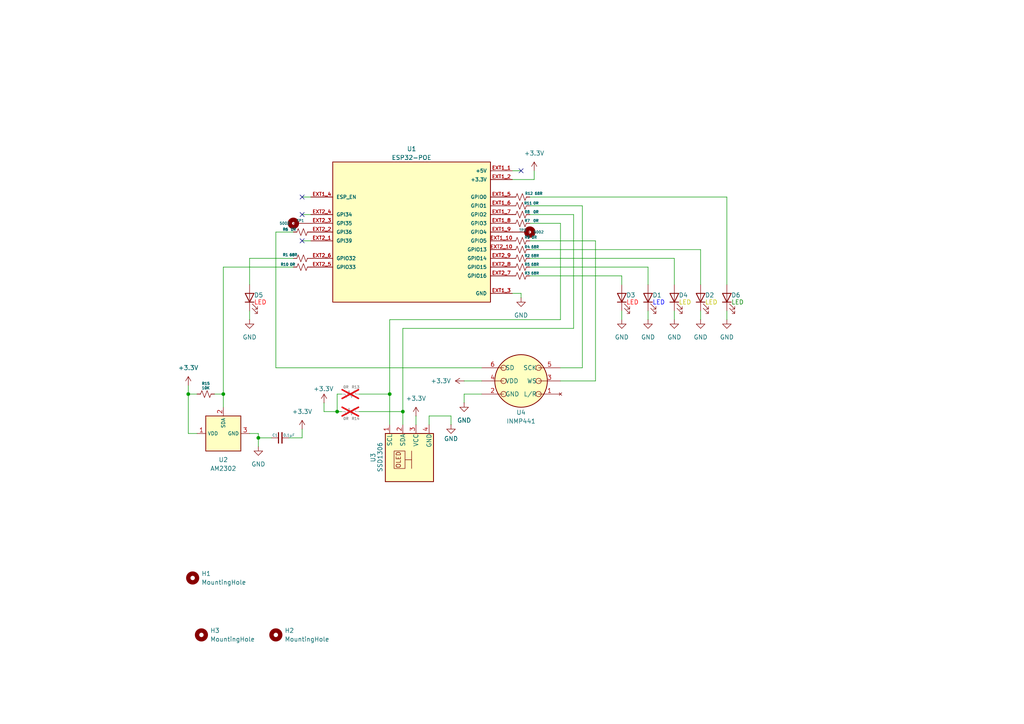
<source format=kicad_sch>
(kicad_sch (version 20250114) (generator "eeschema") (generator_version "9.0")
  (paper "A4")
  (lib_symbols
    (symbol "Custom_Parts:5002" (pin_names (offset 1.016))
      (property "Reference" "TP" (at 1.016 -0.762 0))
      (property "Value" "5002" (at 4.318 -0.508 0))
      (symbol "5002_0_0"
        (circle (center 0 0) (radius 0.381) (stroke (width 1.27)))
      )
      (symbol "5002_1_0"
        (pin passive line (at -5.08 0 0) (length 5.08) (name "~") (number "TP"))
      )
    )
    (symbol "Custom_Parts:ESP32-POE" (pin_names (offset 1.016))
      (property "Reference" "U1" (at 0 25.4 0))
      (property "Value" "ESP32-POE" (at 0 22.86 0))
      (symbol "ESP32-POE_0_0"
        (rectangle (start -22.86 20.32) (end 22.86 -20.32) (stroke (width 0.254)) (fill (type background)))
        (pin input line (at -29.21 10.16 0) (length 6.35) (name "ESP_EN") (number "EXT1_4"))
        (pin input line (at -29.21 2.54 0) (length 6.35) (name "GPI35") (number "EXT2_3"))
        (pin input line (at -29.21 -2.54 0) (length 6.35) (name "GPI39") (number "EXT2_1"))
        (pin bidirectional line (at -29.21 -7.62 0) (length 6.35) (name "GPIO32") (number "EXT2_6"))
        (pin bidirectional line (at -29.21 -10.16 0) (length 6.35) (name "GPIO33") (number "EXT2_5"))
        (pin power_in line (at 29.21 17.78 180) (length 6.35) (name "+5V") (number "EXT1_1"))
        (pin power_in line (at 29.21 15.24 180) (length 6.35) (name "+3.3V") (number "EXT1_2"))
        (pin power_in line (at 29.21 -17.78 180) (length 6.35) (name "GND") (number "EXT1_3"))
      )
      (symbol "ESP32-POE_1_0"
        (pin input line (at -29.21 5.08 0) (length 6.35) (name "GPI34") (number "EXT2_4"))
        (pin input line (at -29.21 0 0) (length 6.35) (name "GPI36") (number "EXT2_2"))
        (pin bidirectional line (at 29.21 10.16 180) (length 6.35) (name "GPIO0") (number "EXT1_5"))
        (pin bidirectional line (at 29.21 7.62 180) (length 6.35) (name "GPIO1") (number "EXT1_6"))
        (pin bidirectional line (at 29.21 5.08 180) (length 6.35) (name "GPIO2") (number "EXT1_7"))
        (pin bidirectional line (at 29.21 2.54 180) (length 6.35) (name "GPIO3") (number "EXT1_8"))
        (pin bidirectional line (at 29.21 0 180) (length 6.35) (name "GPIO4") (number "EXT1_9"))
        (pin bidirectional line (at 29.21 -2.54 180) (length 6.35) (name "GPIO5") (number "EXT1_10"))
        (pin bidirectional line (at 29.21 -5.08 180) (length 6.35) (name "GPIO13") (number "EXT2_10"))
        (pin bidirectional line (at 29.21 -7.62 180) (length 6.35) (name "GPIO14") (number "EXT2_9"))
        (pin bidirectional line (at 29.21 -10.16 180) (length 6.35) (name "GPIO15") (number "EXT2_8"))
        (pin bidirectional line (at 29.21 -12.7 180) (length 6.35) (name "GPIO16") (number "EXT2_7"))
      )
    )
    (symbol "Custom_Parts:INMP441"
      (property "Reference" "U" (at 0 0 0))
      (property "Value" "INMP441" (at 0 0 0))
      (symbol "INMP441_0_1"
        (circle (center -3.81 5.08) (radius 0.762))
        (circle (center -3.81 -5.08) (radius 0.762))
        (circle (center 0 5.08) (radius 0.762))
        (circle (center 0 0) (radius 7.62) (stroke (width 0.254)) (fill (type background)))
        (circle (center 0 -5.08) (radius 0.762))
        (circle (center 3.81 5.08) (radius 0.762))
        (circle (center 3.81 -5.08) (radius 0.762))
      )
      (symbol "INMP441_1_1"
        (pin power_in line (at -3.81 11.43 270) (length 6.35) (name "GND") (number "2"))
        (pin no_connect line (at -3.81 -11.43 90) (length 6.35) (name "L/R") (number "1"))
        (pin power_in line (at 0 11.43 270) (length 6.35) (name "VDD") (number "4"))
        (pin input line (at 0 -11.43 90) (length 6.35) (name "WS") (number "3"))
        (pin input line (at 3.81 11.43 270) (length 6.35) (name "SD") (number "6"))
        (pin input line (at 3.81 -11.43 90) (length 6.35) (name "SCK") (number "5"))
      )
    )
    (symbol "Custom_Parts:SSD1306" (pin_names (offset 0.0254))
      (property "Reference" "U" (at -1.27 -7.62 0))
      (property "Value" "SSD1306" (at -0.508 -9.398 0))
      (symbol "SSD1306_0_0"
        (rectangle (start -7.62 7.62) (end 6.35 -6.35) (stroke (width 0.254)) (fill (type background)))
      )
      (symbol "SSD1306_0_1"
        (polyline (pts (xy -1.27 0) (xy 0.635 0) (xy 0.635 2.54) (xy 3.81 2.54) (xy 3.81 -2.54) (xy 0.635 -2.54) (xy 0.635 0)))
        (polyline (pts (xy -1.27 -2.54) (xy -1.27 2.54)))
      )
      (symbol "SSD1306_1_1"
        (text "OLED" (at 2.54 0 900) (effects (font (size 1.27 1.27))))
        (pin power_in line (at -6.35 10.16 270) (length 2.54) (name "GND") (number "4"))
        (pin power_in line (at -2.54 10.16 270) (length 2.54) (name "VCC") (number "3"))
        (pin input line (at 1.27 10.16 270) (length 2.54) (name "SDA") (number "2"))
        (pin input line (at 5.08 10.16 270) (length 2.54) (name "SCL") (number "1"))
      )
    )
    (symbol "Device:C_Small" (pin_numbers (hide yes)) (pin_names (offset 0.254) (hide yes))
      (property "Reference" "C" (at 0.254 1.778 0))
      (property "Value" "C_Small" (at 0.254 -2.032 0))
      (symbol "C_Small_0_1"
        (polyline (pts (xy -1.524 0.508) (xy 1.524 0.508)) (stroke (width 0.3048)))
        (polyline (pts (xy -1.524 -0.508) (xy 1.524 -0.508)) (stroke (width 0.3302)))
      )
      (symbol "C_Small_1_1"
        (pin passive line (at 0 2.54 270) (length 2.032) (name "~") (number "1"))
        (pin passive line (at 0 -2.54 90) (length 2.032) (name "~") (number "2"))
      )
    )
    (symbol "Device:LED" (pin_numbers (hide yes)) (pin_names (offset 1.016) (hide yes))
      (property "Reference" "D" (at 0 2.54 0))
      (property "Value" "LED" (at 0 -2.54 0))
      (symbol "LED_0_1"
        (polyline (pts (xy -3.048 -0.762) (xy -4.572 -2.286) (xy -3.81 -2.286) (xy -4.572 -2.286) (xy -4.572 -1.524)))
        (polyline (pts (xy -1.778 -0.762) (xy -3.302 -2.286) (xy -2.54 -2.286) (xy -3.302 -2.286) (xy -3.302 -1.524)))
        (polyline (pts (xy -1.27 0) (xy 1.27 0)))
        (polyline (pts (xy -1.27 -1.27) (xy -1.27 1.27)) (stroke (width 0.254)))
        (polyline (pts (xy 1.27 -1.27) (xy 1.27 1.27) (xy -1.27 0) (xy 1.27 -1.27)) (stroke (width 0.254)))
      )
      (symbol "LED_1_1"
        (pin passive line (at -3.81 0 0) (length 2.54) (name "C") (number "C"))
        (pin passive line (at 3.81 0 180) (length 2.54) (name "A") (number "A"))
      )
    )
    (symbol "Device:R_Small_US" (pin_numbers (hide yes)) (pin_names (offset 0.254) (hide yes))
      (property "Reference" "R" (at -1.27 1.778 0))
      (property "Value" "R_Small_US" (at 0 1.778 0))
      (symbol "R_Small_US_1_1"
        (polyline (pts (xy 0 0) (xy -0.381 -1.016) (xy -0.762 0) (xy -1.143 1.016) (xy -1.524 0)))
        (polyline (pts (xy 1.524 0) (xy 1.143 -1.016) (xy 0.762 0) (xy 0.381 1.016) (xy 0 0)))
        (pin passive line (at -2.54 0 0) (length 1.016) (name "~") (number "2"))
        (pin passive line (at 2.54 0 180) (length 1.016) (name "~") (number "1"))
      )
    )
    (symbol "Mechanical:MountingHole" (pin_names (offset 1.016)) (in_bom no)
      (property "Reference" "H" (at 0 5.08 0))
      (property "Value" "MountingHole" (at 0 3.175 0))
      (symbol "MountingHole_0_1"
        (circle (center 0 0) (radius 1.27) (stroke (width 1.27)))
      )
    )
    (symbol "Sensor:AM2302"
      (property "Reference" "U" (at -3.81 6.35 0))
      (property "Value" "AM2302" (at 3.81 6.35 0))
      (symbol "AM2302_0_1"
        (rectangle (start -5.08 5.08) (end 5.08 -5.08) (stroke (width 0.254)) (fill (type background)))
      )
      (symbol "AM2302_1_1"
        (pin power_in line (at 0 7.62 270) (length 2.54) (name "VDD") (number "1"))
        (pin power_in line (at 0 -7.62 90) (length 2.54) (name "GND") (number "3"))
        (pin passive line (at 0 -7.62 90) (length 2.54) (hide yes) (name "GND") (number "4"))
        (pin bidirectional line (at 7.62 0 180) (length 2.54) (name "SDA") (number "2"))
      )
    )
    (symbol "power:+3.3V" (power) (pin_numbers (hide yes)) (pin_names (offset 0) (hide yes))
      (property "Value" "+3.3V" (at 0 3.556 0))
      (symbol "+3.3V_0_1"
        (polyline (pts (xy -0.762 1.27) (xy 0 2.54)))
        (polyline (pts (xy 0 2.54) (xy 0.762 1.27)))
        (polyline (pts (xy 0 0) (xy 0 2.54)))
      )
      (symbol "+3.3V_1_1"
        (pin power_in line (at 0 0 90) (length 0) (name "~") (number "1"))
      )
    )
    (symbol "power:GND" (power) (pin_numbers (hide yes)) (pin_names (offset 0) (hide yes))
      (property "Value" "GND" (at 0 -3.81 0))
      (symbol "GND_0_1"
        (polyline (pts (xy 0 0) (xy 0 -1.27) (xy 1.27 -1.27) (xy 0 -2.54) (xy -1.27 -1.27) (xy 0 -1.27)))
      )
      (symbol "GND_1_1"
        (pin power_in line (at 0 0 270) (length 0) (name "~") (number "1"))
      )
    )
  )
  (junction (at 116.84 119.38))
  (junction (at 113.03 114.3))
  (junction (at 74.93 127))
  (junction (at 64.77 114.3))
  (junction (at 97.79 119.38))
  (junction (at 54.61 114.3))
  (no_connect (at 87.63 57.15))
  (no_connect (at 87.63 69.85))
  (no_connect (at 151.13 49.53))
  (no_connect (at 87.63 62.23))
  (wire (pts (xy 97.79 119.38) (xy 99.06 119.38)))
  (wire (pts (xy 134.62 114.3) (xy 134.62 116.84)))
  (wire (pts (xy 172.72 110.49) (xy 162.56 110.49)))
  (wire (pts (xy 72.39 90.17) (xy 72.39 92.71)))
  (wire (pts (xy 99.06 114.3) (xy 97.79 114.3)))
  (wire (pts (xy 168.91 106.68) (xy 162.56 106.68)))
  (wire (pts (xy 139.7 110.49) (xy 134.62 110.49)))
  (wire (pts (xy 166.37 95.25) (xy 116.84 95.25)))
  (wire (pts (xy 153.67 77.47) (xy 187.96 77.47)))
  (wire (pts (xy 74.93 125.73) (xy 74.93 127)))
  (wire (pts (xy 180.34 90.17) (xy 180.34 92.71)))
  (wire (pts (xy 148.59 52.07) (xy 154.94 52.07)))
  (wire (pts (xy 195.58 74.93) (xy 195.58 82.55)))
  (wire (pts (xy 153.67 64.77) (xy 162.56 64.77)))
  (wire (pts (xy 153.67 57.15) (xy 210.82 57.15)))
  (wire (pts (xy 87.63 62.23) (xy 90.17 62.23)))
  (wire (pts (xy 124.46 120.65) (xy 124.46 123.19)))
  (wire (pts (xy 210.82 90.17) (xy 210.82 92.71)))
  (wire (pts (xy 203.2 72.39) (xy 203.2 82.55)))
  (wire (pts (xy 187.96 90.17) (xy 187.96 92.71)))
  (wire (pts (xy 113.03 92.71) (xy 162.56 92.71)))
  (wire (pts (xy 72.39 125.73) (xy 74.93 125.73)))
  (wire (pts (xy 64.77 77.47) (xy 64.77 114.3)))
  (wire (pts (xy 153.67 74.93) (xy 195.58 74.93)))
  (wire (pts (xy 203.2 90.17) (xy 203.2 92.71)))
  (wire (pts (xy 74.93 127) (xy 78.74 127)))
  (wire (pts (xy 210.82 57.15) (xy 210.82 82.55)))
  (wire (pts (xy 85.09 74.93) (xy 72.39 74.93)))
  (wire (pts (xy 168.91 59.69) (xy 168.91 106.68)))
  (wire (pts (xy 153.67 62.23) (xy 166.37 62.23)))
  (wire (pts (xy 62.23 114.3) (xy 64.77 114.3)))
  (wire (pts (xy 87.63 69.85) (xy 90.17 69.85)))
  (wire (pts (xy 154.94 49.53) (xy 154.94 52.07)))
  (wire (pts (xy 130.81 120.65) (xy 124.46 120.65)))
  (wire (pts (xy 116.84 119.38) (xy 104.14 119.38)))
  (wire (pts (xy 187.96 77.47) (xy 187.96 82.55)))
  (wire (pts (xy 54.61 114.3) (xy 57.15 114.3)))
  (wire (pts (xy 166.37 62.23) (xy 166.37 95.25)))
  (wire (pts (xy 168.91 59.69) (xy 153.67 59.69)))
  (wire (pts (xy 97.79 119.38) (xy 93.98 119.38)))
  (wire (pts (xy 97.79 114.3) (xy 97.79 119.38)))
  (wire (pts (xy 148.59 85.09) (xy 151.13 85.09)))
  (wire (pts (xy 80.01 67.31) (xy 85.09 67.31)))
  (wire (pts (xy 72.39 74.93) (xy 72.39 82.55)))
  (wire (pts (xy 113.03 114.3) (xy 113.03 92.71)))
  (wire (pts (xy 130.81 123.19) (xy 130.81 120.65)))
  (wire (pts (xy 74.93 127) (xy 74.93 129.54)))
  (wire (pts (xy 87.63 127) (xy 83.82 127)))
  (wire (pts (xy 54.61 114.3) (xy 54.61 125.73)))
  (wire (pts (xy 162.56 92.71) (xy 162.56 64.77)))
  (wire (pts (xy 139.7 114.3) (xy 134.62 114.3)))
  (wire (pts (xy 120.65 120.65) (xy 120.65 123.19)))
  (wire (pts (xy 113.03 114.3) (xy 113.03 123.19)))
  (wire (pts (xy 116.84 119.38) (xy 116.84 123.19)))
  (wire (pts (xy 139.7 106.68) (xy 80.01 106.68)))
  (wire (pts (xy 195.58 90.17) (xy 195.58 92.71)))
  (wire (pts (xy 87.63 127) (xy 87.63 124.46)))
  (wire (pts (xy 151.13 85.09) (xy 151.13 86.36)))
  (wire (pts (xy 80.01 106.68) (xy 80.01 67.31)))
  (wire (pts (xy 113.03 114.3) (xy 104.14 114.3)))
  (wire (pts (xy 57.15 125.73) (xy 54.61 125.73)))
  (wire (pts (xy 148.59 49.53) (xy 151.13 49.53)))
  (wire (pts (xy 64.77 114.3) (xy 64.77 118.11)))
  (wire (pts (xy 87.63 57.15) (xy 90.17 57.15)))
  (wire (pts (xy 153.67 80.01) (xy 180.34 80.01)))
  (wire (pts (xy 93.98 119.38) (xy 93.98 116.84)))
  (wire (pts (xy 85.09 77.47) (xy 64.77 77.47)))
  (wire (pts (xy 180.34 80.01) (xy 180.34 82.55)))
  (wire (pts (xy 172.72 69.85) (xy 172.72 110.49)))
  (wire (pts (xy 153.67 69.85) (xy 172.72 69.85)))
  (wire (pts (xy 153.67 72.39) (xy 203.2 72.39)))
  (wire (pts (xy 54.61 111.76) (xy 54.61 114.3)))
  (wire (pts (xy 116.84 95.25) (xy 116.84 119.38)))
  (symbol (lib_id "Device:LED") (at 210.82 86.36 90) (unit 1)
    (property "Reference" "D6" (at 212.09 85.598 90) (effects (justify right)))
    (property "Value" "LED" (at 212.09 87.63 90) (effects (justify right)))
    (property "Footprint" "Custom_Parts:Standard_LED_Throughhole" (effects (hide yes)))
    (property "Description" "Light emitting diode" (effects (hide yes)))
    (property "Sim.Pins" "1=K 2=A" (effects (hide yes)))
  )
  (symbol (lib_id "power:+3.3V") (at 134.62 110.49 90) (mirror x) (unit 1)
    (property "Reference" "#PWR014" (effects (hide yes)))
    (property "Value" "+3.3V" (at 130.81 110.4899 90) (effects (justify left)))
    (property "Description" "Power symbol creates a global label with name \"+3.3V\"" (effects (hide yes)))
  )
  (symbol (lib_id "Device:R_Small_US") (at 151.13 80.01 0) (unit 1)
    (property "Reference" "R3" (at 152.908 79.248 0) (effects (font (size 0.762 0.762))))
    (property "Value" "68R" (at 155.194 79.248 0) (effects (font (size 0.762 0.762))))
    (property "Footprint" "Resistor_SMD:R_0603_1608Metric" (effects (hide yes)))
    (property "Description" "Resistor, small US symbol" (effects (hide yes)))
  )
  (symbol (lib_id "power:+3.3V") (at 87.63 124.46 0) (unit 1)
    (property "Reference" "#PWR016" (effects (hide yes)))
    (property "Value" "+3.3V" (at 87.63 119.38 0))
    (property "Description" "Power symbol creates a global label with name \"+3.3V\"" (effects (hide yes)))
  )
  (symbol (lib_id "Device:R_Small_US") (at 151.13 69.85 180) (unit 1)
    (property "Reference" "R9" (at 152.908 68.834 0) (effects (font (size 0.762 0.762))))
    (property "Value" "0R" (at 154.94 68.834 0) (effects (font (size 0.762 0.762))))
    (property "Footprint" "Resistor_SMD:R_0603_1608Metric" (effects (hide yes)))
    (property "Description" "Resistor, small US symbol" (effects (hide yes)))
  )
  (symbol (lib_id "Mechanical:MountingHole") (at 58.42 184.15 0) (unit 1) (in_bom no)
    (property "Reference" "H3" (at 60.96 182.8799 0) (effects (justify left)))
    (property "Value" "MountingHole" (at 60.96 185.4199 0) (effects (justify left)))
    (property "Footprint" "MountingHole:MountingHole_2.2mm_M2" (effects (hide yes)))
    (property "Description" "Mounting Hole without connection" (effects (hide yes)))
  )
  (symbol (lib_id "Device:R_Small_US") (at 101.6 119.38 0) (mirror x) (unit 1) (dnp yes)
    (property "Reference" "R14" (at 103.124 121.412 0) (effects (font (size 0.762 0.762))))
    (property "Value" "0R" (at 100.33 121.412 0) (effects (font (size 0.762 0.762))))
    (property "Footprint" "Resistor_SMD:R_0603_1608Metric" (effects (hide yes)))
    (property "Description" "Resistor, small US symbol" (effects (hide yes)))
  )
  (symbol (lib_id "Device:R_Small_US") (at 87.63 77.47 0) (unit 1)
    (property "Reference" "R10" (at 82.55 76.708 0) (effects (font (size 0.762 0.762))))
    (property "Value" "0R" (at 84.836 76.708 0) (effects (font (size 0.762 0.762))))
    (property "Footprint" "Resistor_SMD:R_0603_1608Metric" (effects (hide yes)))
    (property "Description" "Resistor, small US symbol" (effects (hide yes)))
  )
  (symbol (lib_id "Device:R_Small_US") (at 151.13 64.77 0) (unit 1)
    (property "Reference" "R7" (at 152.908 64.008 0) (effects (font (size 0.762 0.762))))
    (property "Value" "0R" (at 155.448 64.008 0) (effects (font (size 0.762 0.762))))
    (property "Footprint" "Resistor_SMD:R_0603_1608Metric" (effects (hide yes)))
    (property "Description" "Resistor, small US symbol" (effects (hide yes)))
  )
  (symbol (lib_id "Custom_Parts:5002") (at 85.09 64.77 180) (unit 1)
    (property "Reference" "TP1" (at 87.122 64.008 0) (effects (font (size 0.762 0.762) (thickness 0.0953))))
    (property "Value" "5002" (at 82.55 64.77 0) (effects (font (size 0.762 0.762) (thickness 0.0953))))
    (property "Footprint" "Custom_Parts:5002" (effects (hide yes)))
    (property "Description" "TestPoint" (effects (hide yes)))
    (property "PARTREV" "H" (effects (hide yes)))
    (property "STANDARD" "Manufacturer Recommendations" (effects (hide yes)))
    (property "SNAPEDA_PN" "5000" (effects (hide yes)))
    (property "MAXIMUM_PACKAGE_HEIGHT" "4.57 mm" (effects (hide yes)))
    (property "MANUFACTURER" "Keystone" (effects (hide yes)))
  )
  (symbol (lib_id "power:GND") (at 180.34 92.71 0) (unit 1)
    (property "Reference" "#PWR05" (effects (hide yes)))
    (property "Value" "GND" (at 180.34 97.79 0))
    (property "Description" "Power symbol creates a global label with name \"GND\" , ground" (effects (hide yes)))
  )
  (symbol (lib_id "Device:LED") (at 180.34 86.36 90) (unit 1)
    (property "Reference" "D3" (at 181.61 85.598 90) (effects (justify right)))
    (property "Value" "LED" (at 181.61 87.63 90) (effects (justify right)))
    (property "Footprint" "Custom_Parts:Standard_LED_Throughhole" (effects (hide yes)))
    (property "Description" "Light emitting diode" (effects (hide yes)))
    (property "Sim.Pins" "1=K 2=A" (effects (hide yes)))
  )
  (symbol (lib_id "power:GND") (at 72.39 92.71 0) (unit 1)
    (property "Reference" "#PWR07" (effects (hide yes)))
    (property "Value" "GND" (at 72.39 97.79 0))
    (property "Description" "Power symbol creates a global label with name \"GND\" , ground" (effects (hide yes)))
  )
  (symbol (lib_id "power:GND") (at 203.2 92.71 0) (unit 1)
    (property "Reference" "#PWR04" (effects (hide yes)))
    (property "Value" "GND" (at 203.2 97.79 0))
    (property "Description" "Power symbol creates a global label with name \"GND\" , ground" (effects (hide yes)))
  )
  (symbol (lib_id "power:GND") (at 187.96 92.71 0) (unit 1)
    (property "Reference" "#PWR02" (effects (hide yes)))
    (property "Value" "GND" (at 187.96 97.79 0))
    (property "Description" "Power symbol creates a global label with name \"GND\" , ground" (effects (hide yes)))
  )
  (symbol (lib_id "power:+3.3V") (at 93.98 116.84 0) (mirror y) (unit 1)
    (property "Reference" "#PWR013" (effects (hide yes)))
    (property "Value" "+3.3V" (at 96.774 112.776 0) (effects (justify left)))
    (property "Description" "Power symbol creates a global label with name \"+3.3V\"" (effects (hide yes)))
  )
  (symbol (lib_id "Device:LED") (at 203.2 86.36 90) (unit 1)
    (property "Reference" "D2" (at 204.47 85.598 90) (effects (justify right)))
    (property "Value" "LED" (at 204.47 87.63 90) (effects (justify right)))
    (property "Footprint" "Custom_Parts:Standard_LED_Throughhole" (effects (hide yes)))
    (property "Description" "Light emitting diode" (effects (hide yes)))
    (property "Sim.Pins" "1=K 2=A" (effects (hide yes)))
  )
  (symbol (lib_id "Device:C_Small") (at 81.28 127 90) (unit 1)
    (property "Reference" "C1" (at 79.756 126.238 90) (effects (font (size 0.762 0.762) (thickness 0.0953))))
    (property "Value" "0.1µF" (at 83.82 126.238 90) (effects (font (size 0.762 0.762) (thickness 0.0953))))
    (property "Footprint" "Capacitor_SMD:C_0603_1608Metric" (effects (hide yes)))
    (property "Description" "Unpolarized capacitor, small symbol" (effects (hide yes)))
  )
  (symbol (lib_id "Device:LED") (at 195.58 86.36 90) (unit 1)
    (property "Reference" "D4" (at 196.85 85.598 90) (effects (justify right)))
    (property "Value" "LED" (at 196.85 87.63 90) (effects (justify right)))
    (property "Footprint" "Custom_Parts:Standard_LED_Throughhole" (effects (hide yes)))
    (property "Description" "Light emitting diode" (effects (hide yes)))
    (property "Sim.Pins" "1=K 2=A" (effects (hide yes)))
  )
  (symbol (lib_id "Device:R_Small_US") (at 151.13 62.23 0) (unit 1)
    (property "Reference" "R8" (at 152.908 61.468 0) (effects (font (size 0.762 0.762))))
    (property "Value" "0R" (at 155.448 61.468 0) (effects (font (size 0.762 0.762))))
    (property "Footprint" "Resistor_SMD:R_0603_1608Metric" (effects (hide yes)))
    (property "Description" "Resistor, small US symbol" (effects (hide yes)))
  )
  (symbol (lib_id "Device:R_Small_US") (at 59.69 114.3 0) (unit 1)
    (property "Reference" "R15" (at 59.69 111.252 0) (effects (font (size 0.762 0.762))))
    (property "Value" "10K" (at 59.69 112.522 0) (effects (font (size 0.762 0.762))))
    (property "Footprint" "Resistor_SMD:R_0603_1608Metric" (effects (hide yes)))
    (property "Description" "Resistor, small US symbol" (effects (hide yes)))
  )
  (symbol (lib_id "Device:R_Small_US") (at 101.6 114.3 0) (mirror x) (unit 1) (dnp yes)
    (property "Reference" "R13" (at 103.124 112.268 0) (effects (font (size 0.762 0.762))))
    (property "Value" "0R" (at 100.33 112.268 0) (effects (font (size 0.762 0.762))))
    (property "Footprint" "Resistor_SMD:R_0603_1608Metric" (effects (hide yes)))
    (property "Description" "Resistor, small US symbol" (effects (hide yes)))
  )
  (symbol (lib_id "Device:R_Small_US") (at 151.13 57.15 0) (unit 1)
    (property "Reference" "R12" (at 153.416 56.134 0) (effects (font (size 0.762 0.762))))
    (property "Value" "68R" (at 156.21 56.134 0) (effects (font (size 0.762 0.762))))
    (property "Footprint" "Resistor_SMD:R_0603_1608Metric" (effects (hide yes)))
    (property "Description" "Resistor, small US symbol" (effects (hide yes)))
  )
  (symbol (lib_id "Device:R_Small_US") (at 87.63 67.31 0) (unit 1)
    (property "Reference" "R6" (at 82.804 66.548 0) (effects (font (size 0.762 0.762))))
    (property "Value" "0R" (at 85.09 66.548 0) (effects (font (size 0.762 0.762))))
    (property "Footprint" "Resistor_SMD:R_0603_1608Metric" (effects (hide yes)))
    (property "Description" "Resistor, small US symbol" (effects (hide yes)))
  )
  (symbol (lib_id "Custom_Parts:ESP32-POE") (at 119.38 67.31 0) (unit 1)
    (property "Reference" "U1" (at 119.38 43.18 0))
    (property "Value" "ESP32-POE" (at 119.38 45.72 0))
    (property "Footprint" "Custom_Parts:ESP32-POE" (effects (hide yes)))
    (property "Description" "ESP32-POE module" (effects (hide yes)))
    (property "MF" "Olimex LTD" (effects (hide yes)))
    (property "MAXIMUM_PACKAGE_HEIGHT" "N/A" (effects (hide yes)))
    (property "Package" "Package" (effects (hide yes)))
    (property "Price" "None" (effects (hide yes)))
    (property "Check_prices" "https://www.snapeda.com/parts/ESP32-POE/Olimex/view-part/?ref=eda" (effects (hide yes)))
    (property "STANDARD" "Manufacturer Recommendations" (effects (hide yes)))
    (property "PARTREV" "L1" (effects (hide yes)))
    (property "SnapEDA_Link" "https://www.snapeda.com/parts/ESP32-POE/Olimex/view-part/?ref=snap" (effects (hide yes)))
    (property "MP" "ESP32-POE" (effects (hide yes)))
    (property "Description_1" "ESP32-WROOM32 ESP32 Transceiver; 802.11 b/g/n (Wi-Fi, WiFi, WLAN), Bluetooth® Smart 4.x Low Energy (BLE) 2.4GHz Evaluation Board" (effects (hide yes)))
    (property "Availability" "In Stock" (effects (hide yes)))
    (property "MANUFACTURER" "Olimex LTD" (effects (hide yes)))
  )
  (symbol (lib_id "Mechanical:MountingHole") (at 80.01 184.15 0) (unit 1) (in_bom no)
    (property "Reference" "H2" (at 82.55 182.8799 0) (effects (justify left)))
    (property "Value" "MountingHole" (at 82.55 185.4199 0) (effects (justify left)))
    (property "Footprint" "MountingHole:MountingHole_2.2mm_M2" (effects (hide yes)))
    (property "Description" "Mounting Hole without connection" (effects (hide yes)))
  )
  (symbol (lib_id "Device:R_Small_US") (at 151.13 72.39 0) (unit 1)
    (property "Reference" "R4" (at 152.908 71.628 0) (effects (font (size 0.762 0.762))))
    (property "Value" "68R" (at 155.194 71.628 0) (effects (font (size 0.762 0.762))))
    (property "Footprint" "Resistor_SMD:R_0603_1608Metric" (effects (hide yes)))
    (property "Description" "Resistor, small US symbol" (effects (hide yes)))
  )
  (symbol (lib_id "Device:R_Small_US") (at 151.13 74.93 0) (unit 1)
    (property "Reference" "R2" (at 152.908 74.168 0) (effects (font (size 0.762 0.762))))
    (property "Value" "68R" (at 155.194 74.168 0) (effects (font (size 0.762 0.762))))
    (property "Footprint" "Resistor_SMD:R_0603_1608Metric" (effects (hide yes)))
    (property "Description" "Resistor, small US symbol" (effects (hide yes)))
  )
  (symbol (lib_id "Sensor:AM2302") (at 64.77 125.73 90) (unit 1)
    (property "Reference" "U2" (at 64.77 133.35 90))
    (property "Value" "AM2302" (at 64.77 135.89 90))
    (property "Footprint" "Sensor:ASAIR_AM2302_P2.54mm_Lead2.75mm_TabDown" (effects (hide yes)))
    (property "Datasheet" "http://akizukidenshi.com/download/ds/aosong/AM2302.pdf" (effects (hide yes)))
    (property "Description" "3.3 to 5.0V, Temperature and humidity module,  DHT22, AM2302" (effects (hide yes)))
  )
  (symbol (lib_id "power:+3.3V") (at 154.94 49.53 0) (unit 1)
    (property "Reference" "#PWR010" (effects (hide yes)))
    (property "Value" "+3.3V" (at 154.94 44.45 0))
    (property "Description" "Power symbol creates a global label with name \"+3.3V\"" (effects (hide yes)))
  )
  (symbol (lib_id "power:GND") (at 130.81 123.19 0) (mirror y) (unit 1)
    (property "Reference" "#PWR012" (effects (hide yes)))
    (property "Value" "GND" (at 130.81 127.254 0))
    (property "Description" "Power symbol creates a global label with name \"GND\" , ground" (effects (hide yes)))
  )
  (symbol (lib_id "Mechanical:MountingHole") (at 55.88 167.64 0) (unit 1) (in_bom no)
    (property "Reference" "H1" (at 58.42 166.3699 0) (effects (justify left)))
    (property "Value" "MountingHole" (at 58.42 168.9099 0) (effects (justify left)))
    (property "Footprint" "MountingHole:MountingHole_2.2mm_M2" (effects (hide yes)))
    (property "Description" "Mounting Hole without connection" (effects (hide yes)))
  )
  (symbol (lib_id "Device:R_Small_US") (at 87.63 74.93 0) (unit 1)
    (property "Reference" "R1" (at 82.804 73.914 0) (effects (font (size 0.762 0.762))))
    (property "Value" "68R" (at 85.09 73.914 0) (effects (font (size 0.762 0.762))))
    (property "Footprint" "Resistor_SMD:R_0603_1608Metric" (effects (hide yes)))
    (property "Description" "Resistor, small US symbol" (effects (hide yes)))
  )
  (symbol (lib_id "power:GND") (at 151.13 86.36 0) (unit 1)
    (property "Reference" "#PWR011" (effects (hide yes)))
    (property "Value" "GND" (at 151.13 91.44 0))
    (property "Description" "Power symbol creates a global label with name \"GND\" , ground" (effects (hide yes)))
  )
  (symbol (lib_id "Custom_Parts:5002") (at 153.67 67.31 0) (unit 1)
    (property "Reference" "TP2" (at 151.638 66.802 0) (effects (font (size 0.762 0.762) (thickness 0.0953))))
    (property "Value" "5002" (at 156.21 67.31 0) (effects (font (size 0.762 0.762) (thickness 0.0953))))
    (property "Footprint" "Custom_Parts:5002" (effects (hide yes)))
    (property "Description" "TestPoint" (effects (hide yes)))
    (property "PARTREV" "H" (effects (hide yes)))
    (property "STANDARD" "Manufacturer Recommendations" (effects (hide yes)))
    (property "SNAPEDA_PN" "5000" (effects (hide yes)))
    (property "MAXIMUM_PACKAGE_HEIGHT" "4.57 mm" (effects (hide yes)))
    (property "MANUFACTURER" "Keystone" (effects (hide yes)))
  )
  (symbol (lib_id "power:+3.3V") (at 54.61 111.76 0) (unit 1)
    (property "Reference" "#PWR01" (effects (hide yes)))
    (property "Value" "+3.3V" (at 54.61 106.68 0))
    (property "Description" "Power symbol creates a global label with name \"+3.3V\"" (effects (hide yes)))
  )
  (symbol (lib_id "Device:LED") (at 72.39 86.36 90) (unit 1)
    (property "Reference" "D5" (at 73.66 85.598 90) (effects (justify right)))
    (property "Value" "LED" (at 73.66 87.63 90) (effects (justify right)))
    (property "Footprint" "Custom_Parts:Standard_LED_Throughhole" (effects (hide yes)))
    (property "Description" "Light emitting diode" (effects (hide yes)))
    (property "Sim.Pins" "1=K 2=A" (effects (hide yes)))
  )
  (symbol (lib_id "Device:LED") (at 187.96 86.36 90) (unit 1)
    (property "Reference" "D1" (at 189.23 85.598 90) (effects (justify right)))
    (property "Value" "LED" (at 189.23 87.63 90) (effects (justify right)))
    (property "Footprint" "Custom_Parts:Standard_LED_Throughhole" (effects (hide yes)))
    (property "Description" "Light emitting diode" (effects (hide yes)))
    (property "Sim.Pins" "1=K 2=A" (effects (hide yes)))
  )
  (symbol (lib_id "power:GND") (at 74.93 129.54 0) (unit 1)
    (property "Reference" "#PWR03" (effects (hide yes)))
    (property "Value" "GND" (at 74.93 134.62 0))
    (property "Description" "Power symbol creates a global label with name \"GND\" , ground" (effects (hide yes)))
  )
  (symbol (lib_id "power:GND") (at 195.58 92.71 0) (unit 1)
    (property "Reference" "#PWR06" (effects (hide yes)))
    (property "Value" "GND" (at 195.58 97.79 0))
    (property "Description" "Power symbol creates a global label with name \"GND\" , ground" (effects (hide yes)))
  )
  (symbol (lib_id "Custom_Parts:INMP441") (at 151.13 110.49 90) (unit 1)
    (property "Reference" "U4" (at 151.13 119.634 90))
    (property "Value" "INMP441" (at 151.13 122.174 90))
    (property "Footprint" "Custom_Parts:INMP441" (effects (hide yes)))
    (property "Description" "Omnidirectional Microphone I2S" (effects (hide yes)))
  )
  (symbol (lib_id "power:GND") (at 210.82 92.71 0) (unit 1)
    (property "Reference" "#PWR08" (effects (hide yes)))
    (property "Value" "GND" (at 210.82 97.79 0))
    (property "Description" "Power symbol creates a global label with name \"GND\" , ground" (effects (hide yes)))
  )
  (symbol (lib_id "power:GND") (at 134.62 116.84 0) (mirror y) (unit 1)
    (property "Reference" "#PWR015" (effects (hide yes)))
    (property "Value" "GND" (at 134.62 121.92 0))
    (property "Description" "Power symbol creates a global label with name \"GND\" , ground" (effects (hide yes)))
  )
  (symbol (lib_id "Device:R_Small_US") (at 151.13 77.47 0) (unit 1)
    (property "Reference" "R5" (at 152.908 76.708 0) (effects (font (size 0.762 0.762))))
    (property "Value" "68R" (at 155.194 76.708 0) (effects (font (size 0.762 0.762))))
    (property "Footprint" "Resistor_SMD:R_0603_1608Metric" (effects (hide yes)))
    (property "Description" "Resistor, small US symbol" (effects (hide yes)))
  )
  (symbol (lib_id "Device:R_Small_US") (at 151.13 59.69 0) (unit 1)
    (property "Reference" "R11" (at 153.162 58.928 0) (effects (font (size 0.762 0.762))))
    (property "Value" "0R" (at 155.448 58.928 0) (effects (font (size 0.762 0.762))))
    (property "Footprint" "Resistor_SMD:R_0603_1608Metric" (effects (hide yes)))
    (property "Description" "Resistor, small US symbol" (effects (hide yes)))
  )
  (symbol (lib_id "Custom_Parts:SSD1306") (at 118.11 133.35 0) (mirror y) (unit 1)
    (property "Reference" "U3" (at 108.204 134.112 90) (effects (justify left)))
    (property "Value" "SSD1306" (at 110.236 132.588 90))
    (property "Footprint" "Custom_Parts:SSD1306" (effects (hide yes)))
    (property "Description" "0.96 in OLED I2C IIC Display" (effects (hide yes)))
  )
  (symbol (lib_id "power:+3.3V") (at 120.65 120.65 0) (mirror y) (unit 1)
    (property "Reference" "#PWR09" (effects (hide yes)))
    (property "Value" "+3.3V" (at 120.65 115.57 0))
    (property "Description" "Power symbol creates a global label with name \"+3.3V\"" (effects (hide yes)))
  )
)
</source>
